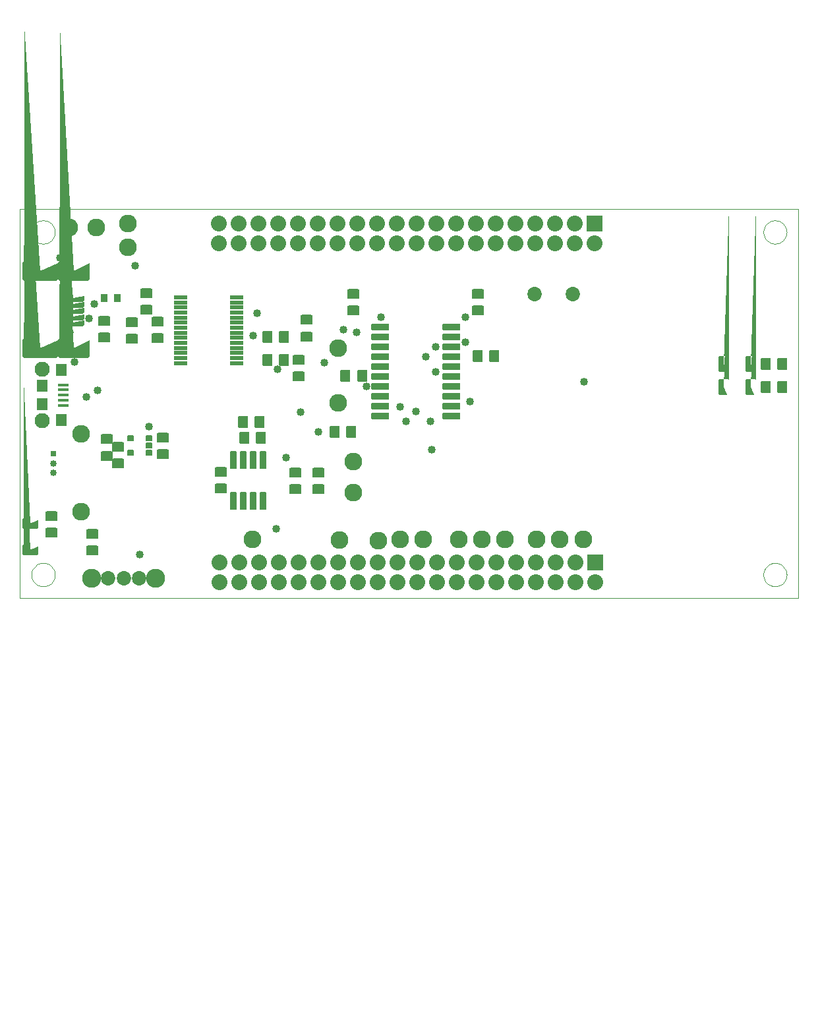
<source format=gbr>
G04 PROTEUS GERBER X2 FILE*
%TF.GenerationSoftware,Labcenter,Proteus,8.16-SP3-Build36097*%
%TF.CreationDate,2025-11-07T09:36:06+00:00*%
%TF.FileFunction,Soldermask,Top*%
%TF.FilePolarity,Negative*%
%TF.Part,Single*%
%TF.SameCoordinates,{7cfba198-d274-4d3b-beed-790fb78b42e9}*%
%FSLAX45Y45*%
%MOMM*%
G01*
%TA.AperFunction,Material*%
%ADD40C,1.016000*%
%AMPPAD035*
4,1,68,
1.404000,0.250000,
1.404000,-0.250000,
1.402690,-0.275960,
1.398840,-0.301180,
1.392580,-0.325520,
1.384040,-0.348860,
1.373340,-0.371060,
1.360610,-0.392000,
1.345990,-0.411550,
1.329590,-0.429590,
1.311550,-0.445990,
1.292000,-0.460610,
1.271060,-0.473330,
1.248860,-0.484030,
1.225520,-0.492580,
1.201180,-0.498840,
1.175970,-0.502690,
1.150000,-0.504000,
-1.150000,-0.504000,
-1.175970,-0.502690,
-1.201180,-0.498840,
-1.225520,-0.492580,
-1.248860,-0.484030,
-1.271060,-0.473330,
-1.292000,-0.460610,
-1.311550,-0.445990,
-1.329590,-0.429590,
-1.345990,-0.411550,
-1.360610,-0.392000,
-1.373340,-0.371060,
-1.384040,-0.348860,
-1.392580,-0.325520,
-1.398840,-0.301180,
-1.402690,-0.275960,
-1.404000,-0.250000,
-1.404000,0.250000,
-1.402690,0.275960,
-1.398840,0.301180,
-1.392580,0.325520,
-1.384040,0.348860,
-1.373340,0.371060,
-1.360610,0.392000,
-1.345990,0.411550,
-1.329590,0.429590,
-1.311550,0.445990,
-1.292000,0.460610,
-1.271060,0.473330,
-1.248860,0.484030,
-1.225520,0.492580,
-1.201180,0.498840,
-1.175970,0.502690,
-1.150000,0.504000,
1.150000,0.504000,
1.175970,0.502690,
1.201180,0.498840,
1.225520,0.492580,
1.248860,0.484030,
1.271060,0.473330,
1.292000,0.460610,
1.311550,0.445990,
1.329590,0.429590,
1.345990,0.411550,
1.360610,0.392000,
1.373340,0.371060,
1.384040,0.348860,
1.392580,0.325520,
1.398840,0.301180,
1.402690,0.275960,
1.404000,0.250000,
0*%
%TA.AperFunction,Material*%
%ADD41PPAD035*%
%AMPPAD036*
4,1,68,
2.004000,1.000000,
2.004000,-1.000000,
2.002690,-1.025960,
1.998840,-1.051180,
1.992580,-1.075520,
1.984040,-1.098860,
1.973340,-1.121060,
1.960610,-1.142000,
1.945990,-1.161550,
1.929590,-1.179590,
1.911550,-1.195990,
1.892000,-1.210610,
1.871060,-1.223330,
1.848860,-1.234030,
1.825520,-1.242580,
1.801180,-1.248840,
1.775970,-1.252690,
1.750000,-1.254000,
-1.750000,-1.254000,
-1.775970,-1.252690,
-1.801180,-1.248840,
-1.825520,-1.242580,
-1.848860,-1.234030,
-1.871060,-1.223330,
-1.892000,-1.210610,
-1.911550,-1.195990,
-1.929590,-1.179590,
-1.945990,-1.161550,
-1.960610,-1.142000,
-1.973340,-1.121060,
-1.984040,-1.098860,
-1.992580,-1.075520,
-1.998840,-1.051180,
-2.002690,-1.025960,
-2.004000,-1.000000,
-2.004000,1.000000,
-2.002690,1.025960,
-1.998840,1.051180,
-1.992580,1.075520,
-1.984040,1.098860,
-1.973340,1.121060,
-1.960610,1.142000,
-1.945990,1.161550,
-1.929590,1.179590,
-1.911550,1.195990,
-1.892000,1.210610,
-1.871060,1.223330,
-1.848860,1.234030,
-1.825520,1.242580,
-1.801180,1.248840,
-1.775970,1.252690,
-1.750000,1.254000,
1.750000,1.254000,
1.775970,1.252690,
1.801180,1.248840,
1.825520,1.242580,
1.848860,1.234030,
1.871060,1.223330,
1.892000,1.210610,
1.911550,1.195990,
1.929590,1.179590,
1.945990,1.161550,
1.960610,1.142000,
1.973340,1.121060,
1.984040,1.098860,
1.992580,1.075520,
1.998840,1.051180,
2.002690,1.025960,
2.004000,1.000000,
0*%
%ADD42PPAD036*%
%AMPPAD037*
4,1,68,
2.254000,1.000000,
2.254000,-1.000000,
2.252690,-1.025960,
2.248840,-1.051180,
2.242580,-1.075520,
2.234040,-1.098860,
2.223340,-1.121060,
2.210610,-1.142000,
2.195990,-1.161550,
2.179590,-1.179590,
2.161550,-1.195990,
2.142000,-1.210610,
2.121060,-1.223330,
2.098860,-1.234030,
2.075520,-1.242580,
2.051180,-1.248840,
2.025970,-1.252690,
2.000000,-1.254000,
-2.000000,-1.254000,
-2.025970,-1.252690,
-2.051180,-1.248840,
-2.075520,-1.242580,
-2.098860,-1.234030,
-2.121060,-1.223330,
-2.142000,-1.210610,
-2.161550,-1.195990,
-2.179590,-1.179590,
-2.195990,-1.161550,
-2.210610,-1.142000,
-2.223340,-1.121060,
-2.234040,-1.098860,
-2.242580,-1.075520,
-2.248840,-1.051180,
-2.252690,-1.025960,
-2.254000,-1.000000,
-2.254000,1.000000,
-2.252690,1.025960,
-2.248840,1.051180,
-2.242580,1.075520,
-2.234040,1.098860,
-2.223340,1.121060,
-2.210610,1.142000,
-2.195990,1.161550,
-2.179590,1.179590,
-2.161550,1.195990,
-2.142000,1.210610,
-2.121060,1.223330,
-2.098860,1.234030,
-2.075520,1.242580,
-2.051180,1.248840,
-2.025970,1.252690,
-2.000000,1.254000,
2.000000,1.254000,
2.025970,1.252690,
2.051180,1.248840,
2.075520,1.242580,
2.098860,1.234030,
2.121060,1.223330,
2.142000,1.210610,
2.161550,1.195990,
2.179590,1.179590,
2.195990,1.161550,
2.210610,1.142000,
2.223340,1.121060,
2.234040,1.098860,
2.242580,1.075520,
2.248840,1.051180,
2.252690,1.025960,
2.254000,1.000000,
0*%
%ADD43PPAD037*%
%AMPPAD038*
4,1,36,
0.889000,-1.016000,
-0.889000,-1.016000,
-0.914590,-1.013420,
-0.938430,-1.006020,
-0.960000,-0.994310,
-0.978800,-0.978800,
-0.994310,-0.960000,
-1.006020,-0.938430,
-1.013420,-0.914590,
-1.016000,-0.889000,
-1.016000,0.889000,
-1.013420,0.914590,
-1.006020,0.938430,
-0.994310,0.960000,
-0.978800,0.978800,
-0.960000,0.994310,
-0.938430,1.006020,
-0.914590,1.013420,
-0.889000,1.016000,
0.889000,1.016000,
0.914590,1.013420,
0.938430,1.006020,
0.960000,0.994310,
0.978800,0.978800,
0.994310,0.960000,
1.006020,0.938430,
1.013420,0.914590,
1.016000,0.889000,
1.016000,-0.889000,
1.013420,-0.914590,
1.006020,-0.938430,
0.994310,-0.960000,
0.978800,-0.978800,
0.960000,-0.994310,
0.938430,-1.006020,
0.914590,-1.013420,
0.889000,-1.016000,
0*%
%TA.AperFunction,Material*%
%ADD44PPAD038*%
%ADD45C,2.032000*%
%TA.AperFunction,Material*%
%ADD46C,1.854000*%
%TA.AperFunction,Material*%
%ADD47C,2.454000*%
%AMPPAD042*
4,1,68,
1.016000,0.444500,
1.016000,-0.444500,
1.014690,-0.470460,
1.010840,-0.495680,
1.004580,-0.520020,
0.996040,-0.543360,
0.985340,-0.565560,
0.972610,-0.586500,
0.957990,-0.606050,
0.941590,-0.624090,
0.923550,-0.640490,
0.904000,-0.655110,
0.883060,-0.667830,
0.860860,-0.678530,
0.837520,-0.687080,
0.813180,-0.693340,
0.787970,-0.697190,
0.762000,-0.698500,
-0.762000,-0.698500,
-0.787970,-0.697190,
-0.813180,-0.693340,
-0.837520,-0.687080,
-0.860860,-0.678530,
-0.883060,-0.667830,
-0.904000,-0.655110,
-0.923550,-0.640490,
-0.941590,-0.624090,
-0.957990,-0.606050,
-0.972610,-0.586500,
-0.985340,-0.565560,
-0.996040,-0.543360,
-1.004580,-0.520020,
-1.010840,-0.495680,
-1.014690,-0.470460,
-1.016000,-0.444500,
-1.016000,0.444500,
-1.014690,0.470460,
-1.010840,0.495680,
-1.004580,0.520020,
-0.996040,0.543360,
-0.985340,0.565560,
-0.972610,0.586500,
-0.957990,0.606050,
-0.941590,0.624090,
-0.923550,0.640490,
-0.904000,0.655110,
-0.883060,0.667830,
-0.860860,0.678530,
-0.837520,0.687080,
-0.813180,0.693340,
-0.787970,0.697190,
-0.762000,0.698500,
0.762000,0.698500,
0.787970,0.697190,
0.813180,0.693340,
0.837520,0.687080,
0.860860,0.678530,
0.883060,0.667830,
0.904000,0.655110,
0.923550,0.640490,
0.941590,0.624090,
0.957990,0.606050,
0.972610,0.586500,
0.985340,0.565560,
0.996040,0.543360,
1.004580,0.520020,
1.010840,0.495680,
1.014690,0.470460,
1.016000,0.444500,
0*%
%TA.AperFunction,Material*%
%ADD48PPAD042*%
%AMPPAD043*
4,1,36,
-0.762000,-0.508000,
-0.762000,0.508000,
-0.759420,0.533590,
-0.752020,0.557430,
-0.740310,0.579000,
-0.724800,0.597800,
-0.706000,0.613310,
-0.684430,0.625020,
-0.660590,0.632420,
-0.635000,0.635000,
0.635000,0.635000,
0.660590,0.632420,
0.684430,0.625020,
0.706000,0.613310,
0.724800,0.597800,
0.740310,0.579000,
0.752020,0.557430,
0.759420,0.533590,
0.762000,0.508000,
0.762000,-0.508000,
0.759420,-0.533590,
0.752020,-0.557430,
0.740310,-0.579000,
0.724800,-0.597800,
0.706000,-0.613310,
0.684430,-0.625020,
0.660590,-0.632420,
0.635000,-0.635000,
-0.635000,-0.635000,
-0.660590,-0.632420,
-0.684430,-0.625020,
-0.706000,-0.613310,
-0.724800,-0.597800,
-0.740310,-0.579000,
-0.752020,-0.557430,
-0.759420,-0.533590,
-0.762000,-0.508000,
0*%
%ADD49PPAD043*%
%TA.AperFunction,Material*%
%ADD50C,2.286000*%
%AMPPAD045*
4,1,4,
-0.300520,-0.300520,
-0.300520,0.300520,
0.300520,0.300520,
0.300520,-0.300520,
-0.300520,-0.300520,
0*%
%TA.AperFunction,Material*%
%ADD51PPAD045*%
%ADD52C,0.850000*%
%AMPPAD047*
4,1,36,
-0.444500,-0.254000,
-0.444500,0.254000,
-0.441920,0.279590,
-0.434520,0.303430,
-0.422810,0.325000,
-0.407300,0.343800,
-0.388500,0.359310,
-0.366930,0.371020,
-0.343090,0.378420,
-0.317500,0.381000,
0.317500,0.381000,
0.343090,0.378420,
0.366930,0.371020,
0.388500,0.359310,
0.407300,0.343800,
0.422810,0.325000,
0.434520,0.303430,
0.441920,0.279590,
0.444500,0.254000,
0.444500,-0.254000,
0.441920,-0.279590,
0.434520,-0.303430,
0.422810,-0.325000,
0.407300,-0.343800,
0.388500,-0.359310,
0.366930,-0.371020,
0.343090,-0.378420,
0.317500,-0.381000,
-0.317500,-0.381000,
-0.343090,-0.378420,
-0.366930,-0.371020,
-0.388500,-0.359310,
-0.407300,-0.343800,
-0.422810,-0.325000,
-0.434520,-0.303430,
-0.441920,-0.279590,
-0.444500,-0.254000,
0*%
%TA.AperFunction,Material*%
%ADD53PPAD047*%
%AMPPAD048*
4,1,36,
0.317500,-1.143000,
-0.317500,-1.143000,
-0.343090,-1.140420,
-0.366930,-1.133020,
-0.388500,-1.121310,
-0.407300,-1.105800,
-0.422810,-1.087000,
-0.434520,-1.065430,
-0.441920,-1.041590,
-0.444500,-1.016000,
-0.444500,1.016000,
-0.441920,1.041590,
-0.434520,1.065430,
-0.422810,1.087000,
-0.407300,1.105800,
-0.388500,1.121310,
-0.366930,1.133020,
-0.343090,1.140420,
-0.317500,1.143000,
0.317500,1.143000,
0.343090,1.140420,
0.366930,1.133020,
0.388500,1.121310,
0.407300,1.105800,
0.422810,1.087000,
0.434520,1.065430,
0.441920,1.041590,
0.444500,1.016000,
0.444500,-1.016000,
0.441920,-1.041590,
0.434520,-1.065430,
0.422810,-1.087000,
0.407300,-1.105800,
0.388500,-1.121310,
0.366930,-1.133020,
0.343090,-1.140420,
0.317500,-1.143000,
0*%
%TA.AperFunction,Material*%
%ADD54PPAD048*%
%AMPPAD049*
4,1,36,
-0.508000,0.762000,
0.508000,0.762000,
0.533590,0.759420,
0.557430,0.752020,
0.579000,0.740310,
0.597800,0.724800,
0.613310,0.706000,
0.625020,0.684430,
0.632420,0.660590,
0.635000,0.635000,
0.635000,-0.635000,
0.632420,-0.660590,
0.625020,-0.684430,
0.613310,-0.706000,
0.597800,-0.724800,
0.579000,-0.740310,
0.557430,-0.752020,
0.533590,-0.759420,
0.508000,-0.762000,
-0.508000,-0.762000,
-0.533590,-0.759420,
-0.557430,-0.752020,
-0.579000,-0.740310,
-0.597800,-0.724800,
-0.613310,-0.706000,
-0.625020,-0.684430,
-0.632420,-0.660590,
-0.635000,-0.635000,
-0.635000,0.635000,
-0.632420,0.660590,
-0.625020,0.684430,
-0.613310,0.706000,
-0.597800,0.724800,
-0.579000,0.740310,
-0.557430,0.752020,
-0.533590,0.759420,
-0.508000,0.762000,
0*%
%TA.AperFunction,Material*%
%ADD55PPAD049*%
%AMPPAD050*
4,1,36,
1.143000,0.317500,
1.143000,-0.317500,
1.140420,-0.343090,
1.133020,-0.366930,
1.121310,-0.388500,
1.105800,-0.407300,
1.087000,-0.422810,
1.065430,-0.434520,
1.041590,-0.441920,
1.016000,-0.444500,
-1.016000,-0.444500,
-1.041590,-0.441920,
-1.065430,-0.434520,
-1.087000,-0.422810,
-1.105800,-0.407300,
-1.121310,-0.388500,
-1.133020,-0.366930,
-1.140420,-0.343090,
-1.143000,-0.317500,
-1.143000,0.317500,
-1.140420,0.343090,
-1.133020,0.366930,
-1.121310,0.388500,
-1.105800,0.407300,
-1.087000,0.422810,
-1.065430,0.434520,
-1.041590,0.441920,
-1.016000,0.444500,
1.016000,0.444500,
1.041590,0.441920,
1.065430,0.434520,
1.087000,0.422810,
1.105800,0.407300,
1.121310,0.388500,
1.133020,0.366930,
1.140420,0.343090,
1.143000,0.317500,
0*%
%TA.AperFunction,Material*%
%ADD56PPAD050*%
%AMPPAD051*
4,1,4,
0.876300,0.228600,
0.876300,-0.228600,
-0.876300,-0.228600,
-0.876300,0.228600,
0.876300,0.228600,
0*%
%TA.AperFunction,Material*%
%ADD57PPAD051*%
%AMPPAD052*
4,1,4,
-0.393700,0.495300,
0.393700,0.495300,
0.393700,-0.495300,
-0.393700,-0.495300,
-0.393700,0.495300,
0*%
%TA.AperFunction,Material*%
%ADD58PPAD052*%
%AMPPAD053*
4,1,68,
0.444500,-1.016000,
-0.444500,-1.016000,
-0.470460,-1.014690,
-0.495680,-1.010840,
-0.520020,-1.004580,
-0.543360,-0.996040,
-0.565560,-0.985340,
-0.586500,-0.972610,
-0.606050,-0.957990,
-0.624090,-0.941590,
-0.640490,-0.923550,
-0.655110,-0.904000,
-0.667830,-0.883060,
-0.678530,-0.860860,
-0.687080,-0.837520,
-0.693340,-0.813180,
-0.697190,-0.787970,
-0.698500,-0.762000,
-0.698500,0.762000,
-0.697190,0.787970,
-0.693340,0.813180,
-0.687080,0.837520,
-0.678530,0.860860,
-0.667830,0.883060,
-0.655110,0.904000,
-0.640490,0.923550,
-0.624090,0.941590,
-0.606050,0.957990,
-0.586500,0.972610,
-0.565560,0.985340,
-0.543360,0.996040,
-0.520020,1.004580,
-0.495680,1.010840,
-0.470460,1.014690,
-0.444500,1.016000,
0.444500,1.016000,
0.470460,1.014690,
0.495680,1.010840,
0.520020,1.004580,
0.543360,0.996040,
0.565560,0.985340,
0.586500,0.972610,
0.606050,0.957990,
0.624090,0.941590,
0.640490,0.923550,
0.655110,0.904000,
0.667830,0.883060,
0.678530,0.860860,
0.687080,0.837520,
0.693340,0.813180,
0.697190,0.787970,
0.698500,0.762000,
0.698500,-0.762000,
0.697190,-0.787970,
0.693340,-0.813180,
0.687080,-0.837520,
0.678530,-0.860860,
0.667830,-0.883060,
0.655110,-0.904000,
0.640490,-0.923550,
0.624090,-0.941590,
0.606050,-0.957990,
0.586500,-0.972610,
0.565560,-0.985340,
0.543360,-0.996040,
0.520020,-1.004580,
0.495680,-1.010840,
0.470460,-1.014690,
0.444500,-1.016000,
0*%
%ADD59PPAD053*%
%AMPPAD054*
4,1,4,
0.675000,0.200000,
0.675000,-0.200000,
-0.675000,-0.200000,
-0.675000,0.200000,
0.675000,0.200000,
0*%
%TA.AperFunction,Material*%
%ADD60PPAD054*%
%ADD61C,1.950000*%
%AMPPAD056*
4,1,4,
0.700000,0.800000,
0.700000,-0.800000,
-0.700000,-0.800000,
-0.700000,0.800000,
0.700000,0.800000,
0*%
%ADD62PPAD056*%
%TA.AperFunction,Profile*%
%ADD30C,0.101600*%
%TD.AperFunction*%
D40*
X+5768500Y+2540000D03*
X+5197000Y+3111500D03*
X+4943000Y+2286000D03*
X+4868043Y+2468485D03*
X+5070000Y+2413000D03*
X+1522238Y+571141D03*
X+1641920Y+2213177D03*
X+4435000Y+2730500D03*
X+5705000Y+3619500D03*
X+4625500Y+3619500D03*
X+5705000Y+3302000D03*
X+498000Y+4381500D03*
X+688500Y+3048000D03*
X+625000Y+3429000D03*
X+5260500Y+2286000D03*
X+7229000Y+2794000D03*
X+3408734Y+1813914D03*
X+3276155Y+899461D03*
X+5324000Y+2921000D03*
X+840000Y+2600000D03*
X+873056Y+3605407D03*
X+980016Y+2680931D03*
X+941637Y+3787630D03*
X+1464798Y+4278478D03*
X+3030000Y+3670000D03*
X+3590000Y+2403014D03*
X+3295895Y+2953362D03*
X+3893140Y+3033656D03*
X+3817219Y+2150000D03*
X+5273706Y+1920057D03*
X+5324000Y+3238500D03*
X+4308000Y+3429000D03*
X+2984249Y+3379281D03*
X+4143578Y+3462509D03*
D41*
X+670000Y+3870000D03*
X+670000Y+3790000D03*
X+670000Y+3710000D03*
X+670000Y+3630000D03*
X+670000Y+3550000D03*
D42*
X+680000Y+3220000D03*
D43*
X+250000Y+3220000D03*
X+250000Y+4210000D03*
D42*
X+680000Y+4210000D03*
D44*
X+7370000Y+4820000D03*
D45*
X+7116000Y+4820000D03*
X+6862000Y+4820000D03*
X+6608000Y+4820000D03*
X+6354000Y+4820000D03*
X+6100000Y+4820000D03*
X+5846000Y+4820000D03*
X+5592000Y+4820000D03*
X+5338000Y+4820000D03*
X+5084000Y+4820000D03*
X+4830000Y+4820000D03*
X+4576000Y+4820000D03*
X+4322000Y+4820000D03*
X+4068000Y+4820000D03*
X+3814000Y+4820000D03*
X+3560000Y+4820000D03*
X+3306000Y+4820000D03*
X+3052000Y+4820000D03*
X+2798000Y+4820000D03*
X+2544000Y+4820000D03*
X+2544000Y+4566000D03*
X+2798000Y+4566000D03*
X+3052000Y+4566000D03*
X+3306000Y+4566000D03*
X+3560000Y+4566000D03*
X+3814000Y+4566000D03*
X+4068000Y+4566000D03*
X+4322000Y+4566000D03*
X+4576000Y+4566000D03*
X+4830000Y+4566000D03*
X+5084000Y+4566000D03*
X+5338000Y+4566000D03*
X+5592000Y+4566000D03*
X+5846000Y+4566000D03*
X+6100000Y+4566000D03*
X+6354000Y+4566000D03*
X+6608000Y+4566000D03*
X+6862000Y+4566000D03*
X+7116000Y+4566000D03*
X+7370000Y+4566000D03*
D44*
X+7380000Y+470000D03*
D45*
X+7126000Y+470000D03*
X+6872000Y+470000D03*
X+6618000Y+470000D03*
X+6364000Y+470000D03*
X+6110000Y+470000D03*
X+5856000Y+470000D03*
X+5602000Y+470000D03*
X+5348000Y+470000D03*
X+5094000Y+470000D03*
X+4840000Y+470000D03*
X+4586000Y+470000D03*
X+4332000Y+470000D03*
X+4078000Y+470000D03*
X+3824000Y+470000D03*
X+3570000Y+470000D03*
X+3316000Y+470000D03*
X+3062000Y+470000D03*
X+2808000Y+470000D03*
X+2554000Y+470000D03*
X+2554000Y+216000D03*
X+2808000Y+216000D03*
X+3062000Y+216000D03*
X+3316000Y+216000D03*
X+3570000Y+216000D03*
X+3824000Y+216000D03*
X+4078000Y+216000D03*
X+4332000Y+216000D03*
X+4586000Y+216000D03*
X+4840000Y+216000D03*
X+5094000Y+216000D03*
X+5348000Y+216000D03*
X+5602000Y+216000D03*
X+5856000Y+216000D03*
X+6110000Y+216000D03*
X+6364000Y+216000D03*
X+6618000Y+216000D03*
X+6872000Y+216000D03*
X+7126000Y+216000D03*
X+7380000Y+216000D03*
D46*
X+7090000Y+3920000D03*
X+6600000Y+3920000D03*
X+1120000Y+270000D03*
X+1320000Y+270000D03*
X+1520000Y+270000D03*
D47*
X+1730000Y+270000D03*
X+910000Y+270000D03*
D48*
X+120000Y+970000D03*
X+120000Y+630000D03*
D49*
X+390000Y+850000D03*
X+390000Y+1063360D03*
X+920000Y+620000D03*
X+920000Y+833360D03*
D50*
X+770000Y+1120000D03*
D51*
X+420000Y+1870000D03*
D52*
X+420000Y+1745000D03*
X+420000Y+1620000D03*
D50*
X+770000Y+2120000D03*
D53*
X+1641920Y+1873480D03*
X+1641920Y+1967460D03*
X+1641920Y+2063980D03*
X+1403160Y+2063980D03*
X+1403160Y+1873480D03*
D49*
X+1820000Y+2070000D03*
X+1820000Y+1856640D03*
X+2570000Y+1420000D03*
X+2570000Y+1633360D03*
D54*
X+2729500Y+1259650D03*
X+2856500Y+1259650D03*
X+2983500Y+1259650D03*
X+3110500Y+1259650D03*
X+3110500Y+1780350D03*
X+2983500Y+1780350D03*
X+2856500Y+1780350D03*
X+2729500Y+1780350D03*
D55*
X+2870000Y+2070000D03*
X+3083360Y+2070000D03*
D49*
X+3520000Y+1620000D03*
X+3520000Y+1406640D03*
D55*
X+3070000Y+2270000D03*
X+2856640Y+2270000D03*
D49*
X+3820000Y+1620000D03*
X+3820000Y+1406640D03*
D50*
X+2970000Y+770000D03*
X+4270000Y+1370000D03*
X+4270000Y+1770000D03*
X+4090000Y+760000D03*
X+4590000Y+750000D03*
X+4870000Y+770000D03*
X+5170000Y+770000D03*
X+5620000Y+770000D03*
X+5920000Y+770000D03*
X+6220000Y+770000D03*
X+6620000Y+770000D03*
X+6920000Y+770000D03*
X+7220000Y+770000D03*
D56*
X+5527200Y+2348500D03*
X+5527200Y+2475500D03*
X+5527200Y+2602500D03*
X+5527200Y+2729500D03*
X+5527200Y+2856500D03*
X+5527200Y+2983500D03*
X+5527200Y+3110500D03*
X+5527200Y+3237500D03*
X+5527200Y+3364500D03*
X+5527200Y+3491500D03*
X+4612800Y+3491500D03*
X+4612800Y+3364500D03*
X+4612800Y+3237500D03*
X+4612800Y+3110500D03*
X+4612800Y+2983500D03*
X+4612800Y+2856500D03*
X+4612800Y+2729500D03*
X+4612800Y+2602500D03*
X+4612800Y+2475500D03*
X+4612800Y+2348500D03*
D49*
X+5870000Y+3920000D03*
X+5870000Y+3706640D03*
D55*
X+5870000Y+3120000D03*
X+6083360Y+3120000D03*
D49*
X+4270000Y+3920000D03*
X+4270000Y+3706640D03*
D55*
X+4170000Y+2870000D03*
X+4383360Y+2870000D03*
D50*
X+4070000Y+3220000D03*
X+4070000Y+2520000D03*
D55*
X+4030000Y+2150000D03*
X+4243360Y+2150000D03*
D57*
X+2770000Y+3030000D03*
X+2770000Y+3095000D03*
X+2770000Y+3160000D03*
X+2770000Y+3225000D03*
X+2770000Y+3290000D03*
X+2770000Y+3355000D03*
X+2770000Y+3420000D03*
X+2770000Y+3485000D03*
X+2770000Y+3550000D03*
X+2770000Y+3615000D03*
X+2770000Y+3680000D03*
X+2770000Y+3745000D03*
X+2770000Y+3810000D03*
X+2770000Y+3875000D03*
X+2050000Y+3875000D03*
X+2050000Y+3810000D03*
X+2050000Y+3745000D03*
X+2050000Y+3680000D03*
X+2050000Y+3615000D03*
X+2050000Y+3550000D03*
X+2050000Y+3485000D03*
X+2050000Y+3420000D03*
X+2050000Y+3355000D03*
X+2050000Y+3290000D03*
X+2050000Y+3225000D03*
X+2050000Y+3160000D03*
X+2050000Y+3095000D03*
X+2050000Y+3030000D03*
D58*
X+1070000Y+3870000D03*
X+1240000Y+3870000D03*
D49*
X+1070000Y+3570000D03*
X+1070000Y+3356640D03*
X+1420000Y+3340000D03*
X+1420000Y+3553360D03*
X+1610000Y+3710000D03*
X+1610000Y+3923360D03*
D59*
X+9370000Y+2720000D03*
X+9030000Y+2720000D03*
X+9370000Y+3020000D03*
X+9030000Y+3020000D03*
D55*
X+9570000Y+3020000D03*
X+9783360Y+3020000D03*
X+9570000Y+2720000D03*
X+9783360Y+2720000D03*
D50*
X+1370000Y+4820000D03*
X+1370000Y+4520000D03*
X+970000Y+4770000D03*
X+620000Y+4770000D03*
D55*
X+3170000Y+3070000D03*
X+3383360Y+3070000D03*
X+3170000Y+3370000D03*
X+3383360Y+3370000D03*
D49*
X+3670000Y+3370000D03*
X+3670000Y+3583360D03*
X+3570000Y+3070000D03*
X+3570000Y+2856640D03*
D60*
X+540000Y+2750000D03*
X+540000Y+2685000D03*
X+540000Y+2620000D03*
X+540000Y+2555000D03*
X+540000Y+2490000D03*
D61*
X+272000Y+2950000D03*
X+272000Y+2290000D03*
D62*
X+518000Y+2940000D03*
X+272000Y+2740000D03*
X+272000Y+2500000D03*
X+518000Y+2300000D03*
D49*
X+1750000Y+3350000D03*
X+1750000Y+3563360D03*
X+1100000Y+2050000D03*
X+1100000Y+1836640D03*
X+1250000Y+1950000D03*
X+1250000Y+1736640D03*
D30*
X-14000Y+13000D02*
X+9986000Y+13000D01*
X+9986000Y+5013000D01*
X-14000Y+5013000D01*
X-14000Y+13000D01*
X+9836000Y+4713000D02*
X+9835498Y+4725258D01*
X+9831422Y+4749775D01*
X+9822906Y+4774292D01*
X+9809032Y+4798809D01*
X+9787806Y+4823161D01*
X+9763289Y+4841555D01*
X+9738772Y+4853411D01*
X+9714255Y+4860315D01*
X+9689738Y+4862953D01*
X+9686000Y+4863000D01*
X+9536000Y+4713000D02*
X+9536502Y+4725258D01*
X+9540578Y+4749775D01*
X+9549094Y+4774292D01*
X+9562968Y+4798809D01*
X+9584194Y+4823161D01*
X+9608711Y+4841555D01*
X+9633228Y+4853411D01*
X+9657745Y+4860315D01*
X+9682262Y+4862953D01*
X+9686000Y+4863000D01*
X+9536000Y+4713000D02*
X+9536502Y+4700742D01*
X+9540578Y+4676225D01*
X+9549094Y+4651708D01*
X+9562968Y+4627191D01*
X+9584194Y+4602839D01*
X+9608711Y+4584445D01*
X+9633228Y+4572589D01*
X+9657745Y+4565685D01*
X+9682262Y+4563047D01*
X+9686000Y+4563000D01*
X+9836000Y+4713000D02*
X+9835498Y+4700742D01*
X+9831422Y+4676225D01*
X+9822906Y+4651708D01*
X+9809032Y+4627191D01*
X+9787806Y+4602839D01*
X+9763289Y+4584445D01*
X+9738772Y+4572589D01*
X+9714255Y+4565685D01*
X+9689738Y+4563047D01*
X+9686000Y+4563000D01*
X+9836000Y+313000D02*
X+9835498Y+325258D01*
X+9831422Y+349775D01*
X+9822906Y+374292D01*
X+9809032Y+398809D01*
X+9787806Y+423161D01*
X+9763289Y+441555D01*
X+9738772Y+453411D01*
X+9714255Y+460315D01*
X+9689738Y+462953D01*
X+9686000Y+463000D01*
X+9536000Y+313000D02*
X+9536502Y+325258D01*
X+9540578Y+349775D01*
X+9549094Y+374292D01*
X+9562968Y+398809D01*
X+9584194Y+423161D01*
X+9608711Y+441555D01*
X+9633228Y+453411D01*
X+9657745Y+460315D01*
X+9682262Y+462953D01*
X+9686000Y+463000D01*
X+9536000Y+313000D02*
X+9536502Y+300742D01*
X+9540578Y+276225D01*
X+9549094Y+251708D01*
X+9562968Y+227191D01*
X+9584194Y+202839D01*
X+9608711Y+184445D01*
X+9633228Y+172589D01*
X+9657745Y+165685D01*
X+9682262Y+163047D01*
X+9686000Y+163000D01*
X+9836000Y+313000D02*
X+9835498Y+300742D01*
X+9831422Y+276225D01*
X+9822906Y+251708D01*
X+9809032Y+227191D01*
X+9787806Y+202839D01*
X+9763289Y+184445D01*
X+9738772Y+172589D01*
X+9714255Y+165685D01*
X+9689738Y+163047D01*
X+9686000Y+163000D01*
X+436000Y+313000D02*
X+435498Y+325258D01*
X+431422Y+349775D01*
X+422906Y+374292D01*
X+409032Y+398809D01*
X+387806Y+423161D01*
X+363289Y+441555D01*
X+338772Y+453411D01*
X+314255Y+460315D01*
X+289738Y+462953D01*
X+286000Y+463000D01*
X+136000Y+313000D02*
X+136502Y+325258D01*
X+140578Y+349775D01*
X+149094Y+374292D01*
X+162968Y+398809D01*
X+184194Y+423161D01*
X+208711Y+441555D01*
X+233228Y+453411D01*
X+257745Y+460315D01*
X+282262Y+462953D01*
X+286000Y+463000D01*
X+136000Y+313000D02*
X+136502Y+300742D01*
X+140578Y+276225D01*
X+149094Y+251708D01*
X+162968Y+227191D01*
X+184194Y+202839D01*
X+208711Y+184445D01*
X+233228Y+172589D01*
X+257745Y+165685D01*
X+282262Y+163047D01*
X+286000Y+163000D01*
X+436000Y+313000D02*
X+435498Y+300742D01*
X+431422Y+276225D01*
X+422906Y+251708D01*
X+409032Y+227191D01*
X+387806Y+202839D01*
X+363289Y+184445D01*
X+338772Y+172589D01*
X+314255Y+165685D01*
X+289738Y+163047D01*
X+286000Y+163000D01*
X+436000Y+4713000D02*
X+435498Y+4725258D01*
X+431422Y+4749775D01*
X+422906Y+4774292D01*
X+409032Y+4798809D01*
X+387806Y+4823161D01*
X+363289Y+4841555D01*
X+338772Y+4853411D01*
X+314255Y+4860315D01*
X+289738Y+4862953D01*
X+286000Y+4863000D01*
X+136000Y+4713000D02*
X+136502Y+4725258D01*
X+140578Y+4749775D01*
X+149094Y+4774292D01*
X+162968Y+4798809D01*
X+184194Y+4823161D01*
X+208711Y+4841555D01*
X+233228Y+4853411D01*
X+257745Y+4860315D01*
X+282262Y+4862953D01*
X+286000Y+4863000D01*
X+136000Y+4713000D02*
X+136502Y+4700742D01*
X+140578Y+4676225D01*
X+149094Y+4651708D01*
X+162968Y+4627191D01*
X+184194Y+4602839D01*
X+208711Y+4584445D01*
X+233228Y+4572589D01*
X+257745Y+4565685D01*
X+282262Y+4563047D01*
X+286000Y+4563000D01*
X+436000Y+4713000D02*
X+435498Y+4700742D01*
X+431422Y+4676225D01*
X+422906Y+4651708D01*
X+409032Y+4627191D01*
X+387806Y+4602839D01*
X+363289Y+4584445D01*
X+338772Y+4572589D01*
X+314255Y+4565685D01*
X+289738Y+4563047D01*
X+286000Y+4563000D01*
M02*

</source>
